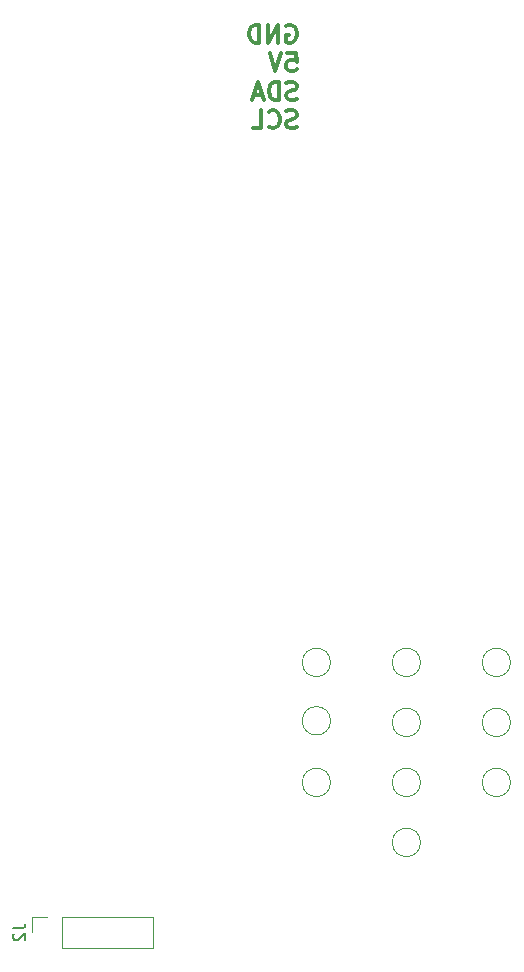
<source format=gbo>
G04 #@! TF.GenerationSoftware,KiCad,Pcbnew,6.0.11*
G04 #@! TF.CreationDate,2023-05-03T19:55:58-07:00*
G04 #@! TF.ProjectId,ldrd,6c647264-2e6b-4696-9361-645f70636258,rev?*
G04 #@! TF.SameCoordinates,Original*
G04 #@! TF.FileFunction,Legend,Bot*
G04 #@! TF.FilePolarity,Positive*
%FSLAX46Y46*%
G04 Gerber Fmt 4.6, Leading zero omitted, Abs format (unit mm)*
G04 Created by KiCad (PCBNEW 6.0.11) date 2023-05-03 19:55:58*
%MOMM*%
%LPD*%
G01*
G04 APERTURE LIST*
%ADD10C,0.300000*%
%ADD11C,0.150000*%
%ADD12C,0.120000*%
%ADD13C,3.500000*%
%ADD14R,2.000000X2.000000*%
%ADD15C,2.000000*%
%ADD16R,3.200000X2.000000*%
%ADD17R,1.800000X1.800000*%
%ADD18C,1.800000*%
%ADD19R,1.700000X1.700000*%
%ADD20O,1.700000X1.700000*%
%ADD21C,0.650000*%
%ADD22O,1.600000X1.000000*%
%ADD23O,2.100000X1.000000*%
G04 APERTURE END LIST*
D10*
X138362142Y-70555726D02*
X138505000Y-70484297D01*
X138719285Y-70484297D01*
X138933571Y-70555726D01*
X139076428Y-70698583D01*
X139147857Y-70841440D01*
X139219285Y-71127154D01*
X139219285Y-71341440D01*
X139147857Y-71627154D01*
X139076428Y-71770011D01*
X138933571Y-71912868D01*
X138719285Y-71984297D01*
X138576428Y-71984297D01*
X138362142Y-71912868D01*
X138290714Y-71841440D01*
X138290714Y-71341440D01*
X138576428Y-71341440D01*
X137647857Y-71984297D02*
X137647857Y-70484297D01*
X136790714Y-71984297D01*
X136790714Y-70484297D01*
X136076428Y-71984297D02*
X136076428Y-70484297D01*
X135719285Y-70484297D01*
X135505000Y-70555726D01*
X135362142Y-70698583D01*
X135290714Y-70841440D01*
X135219285Y-71127154D01*
X135219285Y-71341440D01*
X135290714Y-71627154D01*
X135362142Y-71770011D01*
X135505000Y-71912868D01*
X135719285Y-71984297D01*
X136076428Y-71984297D01*
X138433571Y-72899297D02*
X139147857Y-72899297D01*
X139219285Y-73613583D01*
X139147857Y-73542154D01*
X139005000Y-73470726D01*
X138647857Y-73470726D01*
X138505000Y-73542154D01*
X138433571Y-73613583D01*
X138362142Y-73756440D01*
X138362142Y-74113583D01*
X138433571Y-74256440D01*
X138505000Y-74327868D01*
X138647857Y-74399297D01*
X139005000Y-74399297D01*
X139147857Y-74327868D01*
X139219285Y-74256440D01*
X137933571Y-72899297D02*
X137433571Y-74399297D01*
X136933571Y-72899297D01*
X139219285Y-76742868D02*
X139005000Y-76814297D01*
X138647857Y-76814297D01*
X138505000Y-76742868D01*
X138433571Y-76671440D01*
X138362142Y-76528583D01*
X138362142Y-76385726D01*
X138433571Y-76242868D01*
X138505000Y-76171440D01*
X138647857Y-76100011D01*
X138933571Y-76028583D01*
X139076428Y-75957154D01*
X139147857Y-75885726D01*
X139219285Y-75742868D01*
X139219285Y-75600011D01*
X139147857Y-75457154D01*
X139076428Y-75385726D01*
X138933571Y-75314297D01*
X138576428Y-75314297D01*
X138362142Y-75385726D01*
X137719285Y-76814297D02*
X137719285Y-75314297D01*
X137362142Y-75314297D01*
X137147857Y-75385726D01*
X137005000Y-75528583D01*
X136933571Y-75671440D01*
X136862142Y-75957154D01*
X136862142Y-76171440D01*
X136933571Y-76457154D01*
X137005000Y-76600011D01*
X137147857Y-76742868D01*
X137362142Y-76814297D01*
X137719285Y-76814297D01*
X136290714Y-76385726D02*
X135576428Y-76385726D01*
X136433571Y-76814297D02*
X135933571Y-75314297D01*
X135433571Y-76814297D01*
X139219285Y-79157868D02*
X139005000Y-79229297D01*
X138647857Y-79229297D01*
X138505000Y-79157868D01*
X138433571Y-79086440D01*
X138362142Y-78943583D01*
X138362142Y-78800726D01*
X138433571Y-78657868D01*
X138505000Y-78586440D01*
X138647857Y-78515011D01*
X138933571Y-78443583D01*
X139076428Y-78372154D01*
X139147857Y-78300726D01*
X139219285Y-78157868D01*
X139219285Y-78015011D01*
X139147857Y-77872154D01*
X139076428Y-77800726D01*
X138933571Y-77729297D01*
X138576428Y-77729297D01*
X138362142Y-77800726D01*
X136862142Y-79086440D02*
X136933571Y-79157868D01*
X137147857Y-79229297D01*
X137290714Y-79229297D01*
X137505000Y-79157868D01*
X137647857Y-79015011D01*
X137719285Y-78872154D01*
X137790714Y-78586440D01*
X137790714Y-78372154D01*
X137719285Y-78086440D01*
X137647857Y-77943583D01*
X137505000Y-77800726D01*
X137290714Y-77729297D01*
X137147857Y-77729297D01*
X136933571Y-77800726D01*
X136862142Y-77872154D01*
X135505000Y-79229297D02*
X136219285Y-79229297D01*
X136219285Y-77729297D01*
D11*
X115242380Y-146986666D02*
X115956666Y-146986666D01*
X116099523Y-146939047D01*
X116194761Y-146843809D01*
X116242380Y-146700952D01*
X116242380Y-146605714D01*
X115337619Y-147415238D02*
X115290000Y-147462857D01*
X115242380Y-147558095D01*
X115242380Y-147796190D01*
X115290000Y-147891428D01*
X115337619Y-147939047D01*
X115432857Y-147986666D01*
X115528095Y-147986666D01*
X115670952Y-147939047D01*
X116242380Y-147367619D01*
X116242380Y-147986666D01*
D12*
X142100000Y-124460000D02*
G75*
G03*
X142100000Y-124460000I-1200000J0D01*
G01*
X157340000Y-124460000D02*
G75*
G03*
X157340000Y-124460000I-1200000J0D01*
G01*
X157340000Y-134620000D02*
G75*
G03*
X157340000Y-134620000I-1200000J0D01*
G01*
X142100000Y-134620000D02*
G75*
G03*
X142100000Y-134620000I-1200000J0D01*
G01*
X142100000Y-129400000D02*
G75*
G03*
X142100000Y-129400000I-1200000J0D01*
G01*
X149720000Y-134620000D02*
G75*
G03*
X149720000Y-134620000I-1200000J0D01*
G01*
X149720000Y-139700000D02*
G75*
G03*
X149720000Y-139700000I-1200000J0D01*
G01*
X157340000Y-129540000D02*
G75*
G03*
X157340000Y-129540000I-1200000J0D01*
G01*
X149720000Y-129540000D02*
G75*
G03*
X149720000Y-129540000I-1200000J0D01*
G01*
X116790000Y-145990000D02*
X116790000Y-147320000D01*
X118120000Y-145990000D02*
X116790000Y-145990000D01*
X119390000Y-148650000D02*
X127070000Y-148650000D01*
X119390000Y-145990000D02*
X119390000Y-148650000D01*
X119390000Y-145990000D02*
X127070000Y-145990000D01*
X127070000Y-145990000D02*
X127070000Y-148650000D01*
X149720000Y-124460000D02*
G75*
G03*
X149720000Y-124460000I-1200000J0D01*
G01*
%LPC*%
D13*
X106200000Y-97040000D03*
X233680000Y-53340000D03*
X233680000Y-146530000D03*
D14*
X215980000Y-130000000D03*
D15*
X215980000Y-135000000D03*
X215980000Y-132500000D03*
D16*
X223480000Y-126900000D03*
X223480000Y-138100000D03*
D15*
X230480000Y-135000000D03*
X230480000Y-130000000D03*
D13*
X181200000Y-66040000D03*
D15*
X230020000Y-114590000D03*
X223520000Y-114590000D03*
X223520000Y-119090000D03*
X230020000Y-119090000D03*
D13*
X181200000Y-97040000D03*
X106200000Y-66040000D03*
D17*
X227335000Y-103535000D03*
D18*
X224795000Y-103535000D03*
D13*
X104140000Y-53340000D03*
X104160000Y-146290000D03*
D19*
X132080000Y-71120000D03*
D20*
X132080000Y-73660000D03*
X132080000Y-76200000D03*
X132080000Y-78740000D03*
D21*
X106385000Y-138010000D03*
X106385000Y-132230000D03*
D22*
X102735000Y-139440000D03*
X102735000Y-130800000D03*
D23*
X106885000Y-130800000D03*
X106885000Y-139440000D03*
D15*
X140900000Y-124460000D03*
X156140000Y-124460000D03*
X156140000Y-134620000D03*
X140900000Y-134620000D03*
X140900000Y-129400000D03*
X148520000Y-134620000D03*
X148520000Y-139700000D03*
X156140000Y-129540000D03*
X148520000Y-129540000D03*
D19*
X118120000Y-147320000D03*
D20*
X120660000Y-147320000D03*
X123200000Y-147320000D03*
X125740000Y-147320000D03*
D15*
X148520000Y-124460000D03*
M02*

</source>
